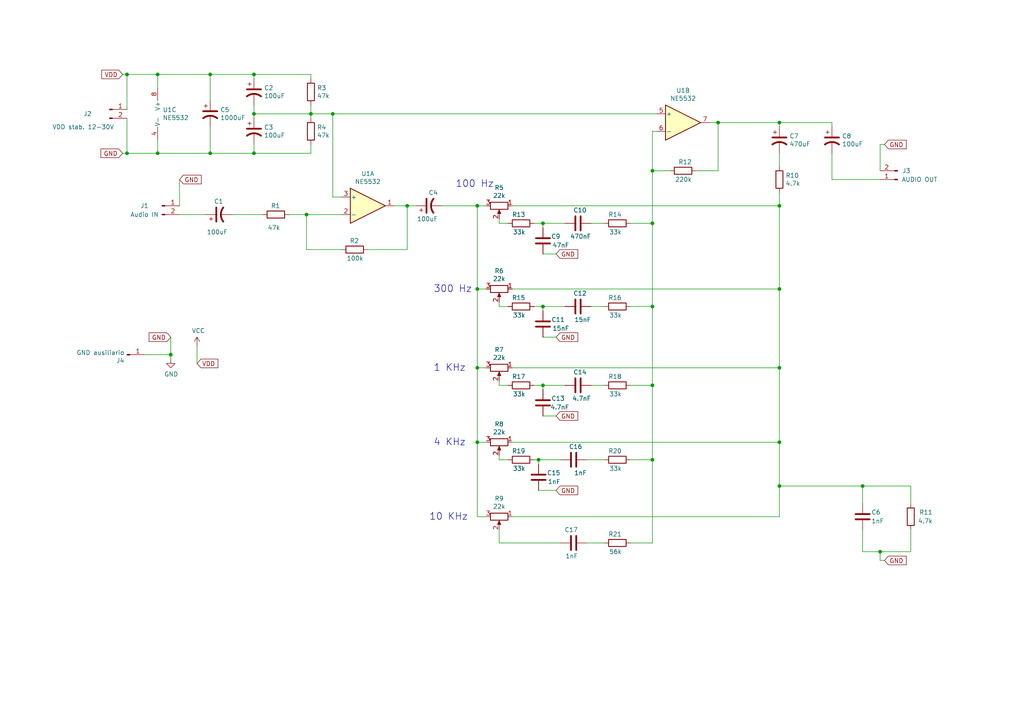
<source format=kicad_sch>
(kicad_sch (version 20211123) (generator eeschema)
  (paper "A4")
  (title_block (title "Equalizzatore") (date "2022-01-08") (company "Lucas Prati "))
  (lib_symbols
    (symbol "Amplifier_Operational:NE5532" (pin_names (offset 0.127))
      (property "Reference" "U" (at 0 5.08 0))
      (property "Value" "NE5532" (at 0 -5.08 0))
      (symbol "NE5532_1_1"
        (polyline (pts (xy -5.08 5.08) (xy 5.08 0) (xy -5.08 -5.08) (xy -5.08 5.08)) (stroke (width 0.254)) (fill (type background)))
        (pin output line (at 7.62 0 180) (length 2.54) (name "~") (number "1"))
        (pin input line (at -7.62 -2.54 0) (length 2.54) (name "-") (number "2"))
        (pin input line (at -7.62 2.54 0) (length 2.54) (name "+") (number "3"))
      )
      (symbol "NE5532_2_1"
        (polyline (pts (xy -5.08 5.08) (xy 5.08 0) (xy -5.08 -5.08) (xy -5.08 5.08)) (stroke (width 0.254)) (fill (type background)))
        (pin input line (at -7.62 2.54 0) (length 2.54) (name "+") (number "5"))
        (pin input line (at -7.62 -2.54 0) (length 2.54) (name "-") (number "6"))
        (pin output line (at 7.62 0 180) (length 2.54) (name "~") (number "7"))
      )
      (symbol "NE5532_3_1"
        (pin power_in line (at -2.54 -7.62 90) (length 3.81) (name "V-") (number "4"))
        (pin power_in line (at -2.54 7.62 270) (length 3.81) (name "V+") (number "8"))
      )
    )
    (symbol "Connector:Conn_01x01_Male" (pin_names (offset 1.016) hide)
      (property "Reference" "J" (at 0 2.54 0))
      (property "Value" "Conn_01x01_Male" (at 0 -2.54 0))
      (symbol "Conn_01x01_Male_1_1"
        (polyline (pts (xy 1.27 0) (xy 0.8636 0)) (stroke (width 0.1524)))
        (rectangle (start 0.8636 0.127) (end 0 -0.127) (stroke (width 0.1524)) (fill (type outline)))
        (pin passive line (at 5.08 0 180) (length 3.81) (name "Pin_1") (number "1"))
      )
    )
    (symbol "Connector:Conn_01x02_Male" (pin_names (offset 1.016) hide)
      (property "Reference" "J" (at 0 2.54 0))
      (property "Value" "Conn_01x02_Male" (at 0 -5.08 0))
      (symbol "Conn_01x02_Male_1_1"
        (polyline (pts (xy 1.27 -2.54) (xy 0.8636 -2.54)) (stroke (width 0.1524)))
        (polyline (pts (xy 1.27 0) (xy 0.8636 0)) (stroke (width 0.1524)))
        (rectangle (start 0.8636 -2.413) (end 0 -2.667) (stroke (width 0.1524)) (fill (type outline)))
        (rectangle (start 0.8636 0.127) (end 0 -0.127) (stroke (width 0.1524)) (fill (type outline)))
        (pin passive line (at 5.08 0 180) (length 3.81) (name "Pin_1") (number "1"))
        (pin passive line (at 5.08 -2.54 180) (length 3.81) (name "Pin_2") (number "2"))
      )
    )
    (symbol "Device:C" (pin_numbers hide) (pin_names (offset 0.254))
      (property "Reference" "C" (at 0.635 2.54 0))
      (property "Value" "C" (at 0.635 -2.54 0))
      (symbol "C_0_1"
        (polyline (pts (xy -2.032 -0.762) (xy 2.032 -0.762)) (stroke (width 0.508)))
        (polyline (pts (xy -2.032 0.762) (xy 2.032 0.762)) (stroke (width 0.508)))
      )
      (symbol "C_1_1"
        (pin passive line (at 0 3.81 270) (length 2.794) (name "~") (number "1"))
        (pin passive line (at 0 -3.81 90) (length 2.794) (name "~") (number "2"))
      )
    )
    (symbol "Device:R" (pin_numbers hide) (pin_names (offset 0))
      (property "Reference" "R" (at 2.032 0 90))
      (property "Value" "R" (at 0 0 90))
      (symbol "R_0_1"
        (rectangle (start -1.016 -2.54) (end 1.016 2.54) (stroke (width 0.254)))
      )
      (symbol "R_1_1"
        (pin passive line (at 0 3.81 270) (length 1.27) (name "~") (number "1"))
        (pin passive line (at 0 -3.81 90) (length 1.27) (name "~") (number "2"))
      )
    )
    (symbol "Equalizzatore-Prati-rescue:CP1-Device" (pin_numbers hide) (pin_names (offset 0.254) hide)
      (property "Reference" "C" (at 0.635 2.54 0))
      (property "Value" "CP1-Device" (at 0.635 -2.54 0))
      (symbol "CP1-Device_0_1"
        (polyline (pts (xy -2.032 0.762) (xy 2.032 0.762)) (stroke (width 0.508)))
        (polyline (pts (xy -1.778 2.286) (xy -0.762 2.286)))
        (polyline (pts (xy -1.27 1.778) (xy -1.27 2.794)))
        (arc (start 2.032 -1.27) (mid 0 -0.5572) (end -2.032 -1.27) (stroke (width 0.508)))
      )
      (symbol "CP1-Device_1_1"
        (pin passive line (at 0 3.81 270) (length 2.794) (name "~") (number "1"))
        (pin passive line (at 0 -3.81 90) (length 3.302) (name "~") (number "2"))
      )
    )
    (symbol "Equalizzatore-Prati-rescue:R_POT-Device" (pin_names (offset 1.016) hide)
      (property "Reference" "RV" (at -4.445 0 90))
      (property "Value" "R_POT-Device" (at -2.54 0 90))
      (symbol "R_POT-Device_0_1"
        (polyline (pts (xy 2.54 0) (xy 1.524 0)))
        (polyline (pts (xy 1.143 0) (xy 2.286 0.508) (xy 2.286 -0.508) (xy 1.143 0)) (fill (type outline)))
        (rectangle (start 1.016 2.54) (end -1.016 -2.54) (stroke (width 0.254)))
      )
      (symbol "R_POT-Device_1_1"
        (pin passive line (at 0 3.81 270) (length 1.27) (name "1") (number "1"))
        (pin passive line (at 3.81 0 180) (length 1.27) (name "2") (number "2"))
        (pin passive line (at 0 -3.81 90) (length 1.27) (name "3") (number "3"))
      )
    )
    (symbol "power:GND" (power) (pin_names (offset 0))
      (property "Value" "GND" (at 0 -3.81 0))
      (symbol "GND_0_1"
        (polyline (pts (xy 0 0) (xy 0 -1.27) (xy 1.27 -1.27) (xy 0 -2.54) (xy -1.27 -1.27) (xy 0 -1.27)))
      )
      (symbol "GND_1_1"
        (pin power_in line (at 0 0 270) (length 0) hide (name "GND") (number "1"))
      )
    )
    (symbol "power:VCC" (power) (pin_names (offset 0))
      (property "Value" "VCC" (at 0 3.81 0))
      (symbol "VCC_0_1"
        (polyline (pts (xy -0.762 1.27) (xy 0 2.54)))
        (polyline (pts (xy 0 0) (xy 0 2.54)))
        (polyline (pts (xy 0 2.54) (xy 0.762 1.27)))
      )
      (symbol "VCC_1_1"
        (pin power_in line (at 0 0 90) (length 0) hide (name "VCC") (number "1"))
      )
    )
  )
  (junction (at 208.28 35.56))
  (junction (at 255.27 160.02))
  (junction (at 36.83 44.45))
  (junction (at 157.48 88.9))
  (junction (at 49.53 102.87))
  (junction (at 226.06 35.56))
  (junction (at 138.43 59.69))
  (junction (at 60.96 21.59))
  (junction (at 36.83 21.59))
  (junction (at 226.06 59.69))
  (junction (at 45.72 44.45))
  (junction (at 88.9 62.23))
  (junction (at 156.21 133.35))
  (junction (at 250.19 140.97))
  (junction (at 73.66 21.59))
  (junction (at 138.43 83.82))
  (junction (at 189.23 64.77))
  (junction (at 189.23 111.76))
  (junction (at 138.43 128.27))
  (junction (at 226.06 83.82))
  (junction (at 226.06 106.68))
  (junction (at 226.06 128.27))
  (junction (at 45.72 21.59))
  (junction (at 118.11 59.69))
  (junction (at 189.23 133.35))
  (junction (at 96.52 33.02))
  (junction (at 73.66 44.45))
  (junction (at 138.43 106.68))
  (junction (at 189.23 49.53))
  (junction (at 73.66 33.02))
  (junction (at 157.48 111.76))
  (junction (at 189.23 88.9))
  (junction (at 226.06 140.97))
  (junction (at 90.17 33.02))
  (junction (at 157.48 64.77))
  (junction (at 60.96 44.45))
  (wire (pts (xy 147.32 133.35) (xy 144.78 133.35)))
  (wire (pts (xy 189.23 38.1) (xy 189.23 49.53)))
  (wire (pts (xy 148.59 59.69) (xy 226.06 59.69)))
  (wire (pts (xy 106.68 72.39) (xy 118.11 72.39)))
  (wire (pts (xy 96.52 33.02) (xy 96.52 57.15)))
  (wire (pts (xy 138.43 149.86) (xy 140.97 149.86)))
  (wire (pts (xy 90.17 33.02) (xy 96.52 33.02)))
  (wire (pts (xy 189.23 64.77) (xy 189.23 88.9)))
  (wire (pts (xy 241.3 52.07) (xy 255.27 52.07)))
  (wire (pts (xy 250.19 140.97) (xy 264.16 140.97)))
  (wire (pts (xy 90.17 34.29) (xy 90.17 33.02)))
  (wire (pts (xy 67.31 62.23) (xy 76.2 62.23)))
  (wire (pts (xy 226.06 36.83) (xy 226.06 35.56)))
  (wire (pts (xy 144.78 133.35) (xy 144.78 132.08)))
  (wire (pts (xy 157.48 88.9) (xy 163.83 88.9)))
  (wire (pts (xy 36.83 34.29) (xy 36.83 44.45)))
  (wire (pts (xy 147.32 111.76) (xy 144.78 111.76)))
  (wire (pts (xy 73.66 21.59) (xy 73.66 22.86)))
  (wire (pts (xy 189.23 88.9) (xy 189.23 111.76)))
  (wire (pts (xy 73.66 41.91) (xy 73.66 44.45)))
  (wire (pts (xy 208.28 35.56) (xy 205.74 35.56)))
  (wire (pts (xy 157.48 111.76) (xy 163.83 111.76)))
  (wire (pts (xy 148.59 128.27) (xy 226.06 128.27)))
  (wire (pts (xy 161.29 97.79) (xy 157.48 97.79)))
  (wire (pts (xy 201.93 49.53) (xy 208.28 49.53)))
  (wire (pts (xy 148.59 106.68) (xy 226.06 106.68)))
  (wire (pts (xy 90.17 21.59) (xy 90.17 22.86)))
  (wire (pts (xy 189.23 49.53) (xy 189.23 64.77)))
  (wire (pts (xy 57.15 100.33) (xy 57.15 105.41)))
  (wire (pts (xy 99.06 72.39) (xy 88.9 72.39)))
  (wire (pts (xy 189.23 133.35) (xy 189.23 157.48)))
  (wire (pts (xy 60.96 21.59) (xy 73.66 21.59)))
  (wire (pts (xy 226.06 149.86) (xy 226.06 140.97)))
  (wire (pts (xy 147.32 64.77) (xy 144.78 64.77)))
  (wire (pts (xy 73.66 21.59) (xy 90.17 21.59)))
  (wire (pts (xy 73.66 33.02) (xy 90.17 33.02)))
  (wire (pts (xy 250.19 140.97) (xy 226.06 140.97)))
  (wire (pts (xy 154.94 133.35) (xy 156.21 133.35)))
  (wire (pts (xy 156.21 134.62) (xy 156.21 133.35)))
  (wire (pts (xy 140.97 128.27) (xy 138.43 128.27)))
  (wire (pts (xy 157.48 64.77) (xy 163.83 64.77)))
  (wire (pts (xy 154.94 111.76) (xy 157.48 111.76)))
  (wire (pts (xy 226.06 106.68) (xy 226.06 83.82)))
  (wire (pts (xy 99.06 62.23) (xy 88.9 62.23)))
  (wire (pts (xy 73.66 33.02) (xy 73.66 34.29)))
  (wire (pts (xy 138.43 128.27) (xy 138.43 149.86)))
  (wire (pts (xy 52.07 62.23) (xy 59.69 62.23)))
  (wire (pts (xy 36.83 44.45) (xy 45.72 44.45)))
  (wire (pts (xy 45.72 44.45) (xy 60.96 44.45)))
  (wire (pts (xy 250.19 146.05) (xy 250.19 140.97)))
  (wire (pts (xy 52.07 52.07) (xy 52.07 59.69)))
  (wire (pts (xy 138.43 59.69) (xy 138.43 83.82)))
  (wire (pts (xy 45.72 40.64) (xy 45.72 44.45)))
  (wire (pts (xy 140.97 83.82) (xy 138.43 83.82)))
  (wire (pts (xy 250.19 160.02) (xy 255.27 160.02)))
  (wire (pts (xy 96.52 33.02) (xy 190.5 33.02)))
  (wire (pts (xy 144.78 64.77) (xy 144.78 63.5)))
  (wire (pts (xy 138.43 83.82) (xy 138.43 106.68)))
  (wire (pts (xy 208.28 49.53) (xy 208.28 35.56)))
  (wire (pts (xy 171.45 111.76) (xy 175.26 111.76)))
  (wire (pts (xy 147.32 88.9) (xy 144.78 88.9)))
  (wire (pts (xy 171.45 64.77) (xy 175.26 64.77)))
  (wire (pts (xy 157.48 113.03) (xy 157.48 111.76)))
  (wire (pts (xy 36.83 21.59) (xy 45.72 21.59)))
  (wire (pts (xy 226.06 59.69) (xy 226.06 55.88)))
  (wire (pts (xy 175.26 157.48) (xy 170.18 157.48)))
  (wire (pts (xy 189.23 157.48) (xy 182.88 157.48)))
  (wire (pts (xy 241.3 44.45) (xy 241.3 52.07)))
  (wire (pts (xy 255.27 160.02) (xy 255.27 162.56)))
  (wire (pts (xy 60.96 36.83) (xy 60.96 44.45)))
  (wire (pts (xy 156.21 142.24) (xy 161.29 142.24)))
  (wire (pts (xy 226.06 83.82) (xy 226.06 59.69)))
  (wire (pts (xy 255.27 41.91) (xy 256.54 41.91)))
  (wire (pts (xy 250.19 153.67) (xy 250.19 160.02)))
  (wire (pts (xy 73.66 30.48) (xy 73.66 33.02)))
  (wire (pts (xy 90.17 44.45) (xy 73.66 44.45)))
  (wire (pts (xy 144.78 111.76) (xy 144.78 110.49)))
  (wire (pts (xy 171.45 88.9) (xy 175.26 88.9)))
  (wire (pts (xy 114.3 59.69) (xy 118.11 59.69)))
  (wire (pts (xy 138.43 59.69) (xy 140.97 59.69)))
  (wire (pts (xy 189.23 133.35) (xy 182.88 133.35)))
  (wire (pts (xy 49.53 102.87) (xy 49.53 104.14)))
  (wire (pts (xy 190.5 38.1) (xy 189.23 38.1)))
  (wire (pts (xy 189.23 111.76) (xy 189.23 133.35)))
  (wire (pts (xy 96.52 57.15) (xy 99.06 57.15)))
  (wire (pts (xy 118.11 72.39) (xy 118.11 59.69)))
  (wire (pts (xy 226.06 35.56) (xy 241.3 35.56)))
  (wire (pts (xy 182.88 64.77) (xy 189.23 64.77)))
  (wire (pts (xy 226.06 140.97) (xy 226.06 128.27)))
  (wire (pts (xy 226.06 35.56) (xy 208.28 35.56)))
  (wire (pts (xy 154.94 64.77) (xy 157.48 64.77)))
  (wire (pts (xy 255.27 160.02) (xy 264.16 160.02)))
  (wire (pts (xy 49.53 97.79) (xy 49.53 102.87)))
  (wire (pts (xy 264.16 160.02) (xy 264.16 153.67)))
  (wire (pts (xy 140.97 106.68) (xy 138.43 106.68)))
  (wire (pts (xy 264.16 140.97) (xy 264.16 146.05)))
  (wire (pts (xy 255.27 41.91) (xy 255.27 49.53)))
  (wire (pts (xy 189.23 88.9) (xy 182.88 88.9)))
  (wire (pts (xy 226.06 44.45) (xy 226.06 48.26)))
  (wire (pts (xy 35.56 44.45) (xy 36.83 44.45)))
  (wire (pts (xy 157.48 66.04) (xy 157.48 64.77)))
  (wire (pts (xy 170.18 133.35) (xy 175.26 133.35)))
  (wire (pts (xy 144.78 153.67) (xy 144.78 157.48)))
  (wire (pts (xy 161.29 73.66) (xy 157.48 73.66)))
  (wire (pts (xy 118.11 59.69) (xy 120.65 59.69)))
  (wire (pts (xy 157.48 90.17) (xy 157.48 88.9)))
  (wire (pts (xy 83.82 62.23) (xy 88.9 62.23)))
  (wire (pts (xy 138.43 106.68) (xy 138.43 128.27)))
  (wire (pts (xy 241.3 36.83) (xy 241.3 35.56)))
  (wire (pts (xy 45.72 21.59) (xy 45.72 25.4)))
  (wire (pts (xy 90.17 33.02) (xy 90.17 30.48)))
  (wire (pts (xy 161.29 120.65) (xy 157.48 120.65)))
  (wire (pts (xy 194.31 49.53) (xy 189.23 49.53)))
  (wire (pts (xy 144.78 157.48) (xy 162.56 157.48)))
  (wire (pts (xy 49.53 102.87) (xy 41.91 102.87)))
  (wire (pts (xy 189.23 111.76) (xy 182.88 111.76)))
  (wire (pts (xy 60.96 29.21) (xy 60.96 21.59)))
  (wire (pts (xy 144.78 88.9) (xy 144.78 87.63)))
  (wire (pts (xy 35.56 21.59) (xy 36.83 21.59)))
  (wire (pts (xy 226.06 128.27) (xy 226.06 106.68)))
  (wire (pts (xy 148.59 83.82) (xy 226.06 83.82)))
  (wire (pts (xy 60.96 44.45) (xy 73.66 44.45)))
  (wire (pts (xy 45.72 21.59) (xy 60.96 21.59)))
  (wire (pts (xy 90.17 41.91) (xy 90.17 44.45)))
  (wire (pts (xy 156.21 133.35) (xy 162.56 133.35)))
  (wire (pts (xy 36.83 31.75) (xy 36.83 21.59)))
  (wire (pts (xy 88.9 72.39) (xy 88.9 62.23)))
  (wire (pts (xy 255.27 162.56) (xy 256.54 162.56)))
  (wire (pts (xy 154.94 88.9) (xy 157.48 88.9)))
  (wire (pts (xy 128.27 59.69) (xy 138.43 59.69)))
  (wire (pts (xy 148.59 149.86) (xy 226.06 149.86)))
  (text "1 KHz" (at 125.73 107.95 0) (effects (font (size 2.0066 2.0066)) (justify left bottom)))
  (text "100 Hz" (at 132.08 54.61 0) (effects (font (size 2.0066 2.0066)) (justify left bottom)))
  (text "300 Hz" (at 125.73 85.09 0) (effects (font (size 2.0066 2.0066)) (justify left bottom)))
  (text "10 KHz" (at 124.46 151.13 0) (effects (font (size 2.0066 2.0066)) (justify left bottom)))
  (text "4 KHz" (at 125.73 129.54 0) (effects (font (size 2.0066 2.0066)) (justify left bottom)))
  (global_label "GND" (shape input) (at 49.53 97.79 180) (property "Intersheet References" "${INTERSHEET_REFS}" (effects hide)))
  (global_label "VDD" (shape input) (at 57.15 105.41 0) (property "Intersheet References" "${INTERSHEET_REFS}" (effects hide)))
  (global_label "GND" (shape input) (at 161.29 73.66 0) (property "Intersheet References" "${INTERSHEET_REFS}" (effects hide)))
  (global_label "GND" (shape input) (at 52.07 52.07 0) (property "Intersheet References" "${INTERSHEET_REFS}" (effects hide)))
  (global_label "VDD" (shape input) (at 35.56 21.59 180) (property "Intersheet References" "${INTERSHEET_REFS}" (effects hide)))
  (global_label "GND" (shape input) (at 35.56 44.45 180) (property "Intersheet References" "${INTERSHEET_REFS}" (effects hide)))
  (global_label "GND" (shape input) (at 256.54 162.56 0) (property "Intersheet References" "${INTERSHEET_REFS}" (effects hide)))
  (global_label "GND" (shape input) (at 161.29 120.65 0) (property "Intersheet References" "${INTERSHEET_REFS}" (effects hide)))
  (global_label "GND" (shape input) (at 161.29 97.79 0) (property "Intersheet References" "${INTERSHEET_REFS}" (effects hide)))
  (global_label "GND" (shape input) (at 256.54 41.91 0) (property "Intersheet References" "${INTERSHEET_REFS}" (effects hide)))
  (global_label "GND" (shape input) (at 161.29 142.24 0) (property "Intersheet References" "${INTERSHEET_REFS}" (effects hide)))
  (symbol (lib_id "Device:C") (at 157.48 69.85 180) (unit 1)
    (property "Reference" "C9" (at 162.56 68.58 0) (effects (justify left)))
    (property "Value" "47nF" (at 165.1 71.12 0) (effects (justify left)))
    (property "Footprint" "Capacitor_THT:C_Disc_D4.7mm_W2.5mm_P5.00mm" (effects hide))
  )
  (symbol (lib_id "Device:C") (at 167.64 64.77 90) (unit 1)
    (property "Reference" "C10" (at 170.18 60.96 90) (effects (justify left)))
    (property "Value" "470nF" (at 171.45 68.58 90) (effects (justify left)))
    (property "Footprint" "Capacitor_THT:C_Disc_D4.7mm_W2.5mm_P5.00mm" (effects hide))
  )
  (symbol (lib_id "Device:C") (at 166.37 157.48 90) (unit 1)
    (property "Reference" "C17" (at 167.64 153.67 90) (effects (justify left)))
    (property "Value" "1nF" (at 167.64 161.29 90) (effects (justify left)))
    (property "Footprint" "Capacitor_THT:C_Disc_D4.7mm_W2.5mm_P5.00mm" (effects hide))
  )
  (symbol (lib_id "Equalizzatore-Prati-rescue:CP1-Device") (at 73.66 26.67 0) (unit 1)
    (property "Reference" "C2" (at 76.581 25.5016 0) (effects (justify left)))
    (property "Value" "100uF" (at 76.581 27.813 0) (effects (justify left)))
    (property "Footprint" "Capacitor_THT:CP_Radial_D10.0mm_P3.80mm" (effects hide))
  )
  (symbol (lib_id "Equalizzatore-Prati-rescue:CP1-Device") (at 73.66 38.1 0) (unit 1)
    (property "Reference" "C3" (at 76.581 36.9316 0) (effects (justify left)))
    (property "Value" "100uF" (at 76.581 39.243 0) (effects (justify left)))
    (property "Footprint" "Capacitor_THT:CP_Radial_D10.0mm_P3.80mm" (effects hide))
  )
  (symbol (lib_id "Equalizzatore-Prati-rescue:CP1-Device") (at 63.5 62.23 90) (unit 1)
    (property "Reference" "C1" (at 64.77 58.42 90) (effects (justify left)))
    (property "Value" "100uF" (at 66.04 67.31 90) (effects (justify left)))
    (property "Footprint" "Capacitor_THT:CP_Radial_D10.0mm_P3.80mm" (effects hide))
  )
  (symbol (lib_id "Equalizzatore-Prati-rescue:CP1-Device") (at 124.46 59.69 90) (unit 1)
    (property "Reference" "C4" (at 127 55.88 90) (effects (justify left)))
    (property "Value" "100uF" (at 127 63.5 90) (effects (justify left)))
    (property "Footprint" "Capacitor_THT:CP_Radial_D10.0mm_P3.80mm" (effects hide))
  )
  (symbol (lib_id "Equalizzatore-Prati-rescue:CP1-Device") (at 226.06 40.64 0) (unit 1)
    (property "Reference" "C7" (at 228.981 39.4716 0) (effects (justify left)))
    (property "Value" "470uF" (at 228.981 41.783 0) (effects (justify left)))
    (property "Footprint" "Capacitor_THT:CP_Radial_D10.0mm_P3.80mm" (effects hide))
  )
  (symbol (lib_id "Equalizzatore-Prati-rescue:CP1-Device") (at 241.3 40.64 0) (unit 1)
    (property "Reference" "C8" (at 244.221 39.4716 0) (effects (justify left)))
    (property "Value" "100uF" (at 244.221 41.783 0) (effects (justify left)))
    (property "Footprint" "Capacitor_THT:CP_Radial_D10.0mm_P3.80mm" (effects hide))
  )
  (symbol (lib_id "Device:R") (at 90.17 38.1 0) (unit 1)
    (property "Reference" "R4" (at 91.948 36.9316 0) (effects (justify left)))
    (property "Value" "47k" (at 91.948 39.243 0) (effects (justify left)))
    (property "Footprint" "Resistor_THT:R_Axial_DIN0207_L6.3mm_D2.5mm_P10.16mm_Horizontal" (effects hide))
  )
  (symbol (lib_id "Device:R") (at 80.01 62.23 90) (unit 1)
    (property "Reference" "R1" (at 81.28 59.69 90) (effects (justify left)))
    (property "Value" "47k" (at 81.28 66.04 90) (effects (justify left)))
    (property "Footprint" "Resistor_THT:R_Axial_DIN0207_L6.3mm_D2.5mm_P10.16mm_Horizontal" (effects hide))
  )
  (symbol (lib_id "Device:R") (at 102.87 72.39 90) (unit 1)
    (property "Reference" "R2" (at 104.14 69.85 90) (effects (justify left)))
    (property "Value" "100k" (at 105.41 74.93 90) (effects (justify left)))
    (property "Footprint" "Resistor_THT:R_Axial_DIN0207_L6.3mm_D2.5mm_P10.16mm_Horizontal" (effects hide))
  )
  (symbol (lib_id "Device:R") (at 151.13 64.77 90) (unit 1)
    (property "Reference" "R13" (at 152.4 62.23 90) (effects (justify left)))
    (property "Value" "33k" (at 152.4 67.31 90) (effects (justify left)))
    (property "Footprint" "Resistor_THT:R_Axial_DIN0207_L6.3mm_D2.5mm_P10.16mm_Horizontal" (effects hide))
  )
  (symbol (lib_id "Device:R") (at 90.17 26.67 0) (unit 1)
    (property "Reference" "R3" (at 91.948 25.5016 0) (effects (justify left)))
    (property "Value" "47k" (at 91.948 27.813 0) (effects (justify left)))
    (property "Footprint" "Resistor_THT:R_Axial_DIN0207_L6.3mm_D2.5mm_P10.16mm_Horizontal" (effects hide))
  )
  (symbol (lib_id "Device:R") (at 226.06 52.07 0) (unit 1)
    (property "Reference" "R10" (at 227.838 50.9016 0) (effects (justify left)))
    (property "Value" "4.7k" (at 227.838 53.213 0) (effects (justify left)))
    (property "Footprint" "Resistor_THT:R_Axial_DIN0207_L6.3mm_D2.5mm_P10.16mm_Horizontal" (effects hide))
  )
  (symbol (lib_id "Device:R") (at 198.12 49.53 90) (unit 1)
    (property "Reference" "R12" (at 200.66 46.99 90) (effects (justify left)))
    (property "Value" "220k" (at 200.66 52.07 90) (effects (justify left)))
    (property "Footprint" "Resistor_THT:R_Axial_DIN0207_L6.3mm_D2.5mm_P10.16mm_Horizontal" (effects hide))
  )
  (symbol (lib_id "Connector:Conn_01x02_Male") (at 31.75 31.75 0) (unit 1)
    (property "Reference" "J2" (at 25.4 33.02 0))
    (property "Value" "VDD stab. 12-30V" (at 24.13 36.83 0))
    (property "Footprint" "Connector_JST:JST_NV_B02P-NV_1x02_P5.00mm_Vertical" (effects hide))
  )
  (symbol (lib_id "Connector:Conn_01x02_Male") (at 260.35 52.07 180) (unit 1)
    (property "Reference" "J3" (at 262.89 49.53 0))
    (property "Value" "AUDIO OUT" (at 266.7 52.07 0))
    (property "Footprint" "Connector_JST:JST_NV_B02P-NV_1x02_P5.00mm_Vertical" (effects hide))
  )
  (symbol (lib_id "Amplifier_Operational:NE5532") (at 106.68 59.69 0) (unit 1)
    (property "Reference" "U1" (at 106.68 50.3682 0))
    (property "Value" "NE5532" (at 106.68 52.6796 0))
    (property "Footprint" "Package_DIP:DIP-8_W7.62mm_Socket_LongPads" (effects hide))
    (property "Datasheet" "http://www.ti.com/lit/ds/symlink/ne5532.pdf" (effects hide))
  )
  (symbol (lib_id "Amplifier_Operational:NE5532") (at 48.26 33.02 0) (unit 3)
    (property "Reference" "U1" (at 47.1932 31.8516 0) (effects (justify left)))
    (property "Value" "NE5532" (at 47.1932 34.163 0) (effects (justify left)))
    (property "Footprint" "Package_DIP:DIP-8_W7.62mm_Socket_LongPads" (effects hide))
    (property "Datasheet" "http://www.ti.com/lit/ds/symlink/ne5532.pdf" (effects hide))
  )
  (symbol (lib_id "Amplifier_Operational:NE5532") (at 198.12 35.56 0) (unit 2)
    (property "Reference" "U1" (at 198.12 26.2382 0))
    (property "Value" "NE5532" (at 198.12 28.5496 0))
    (property "Footprint" "Package_DIP:DIP-8_W7.62mm_Socket_LongPads" (effects hide))
    (property "Datasheet" "http://www.ti.com/lit/ds/symlink/ne5532.pdf" (effects hide))
  )
  (symbol (lib_id "Connector:Conn_01x01_Male") (at 36.83 102.87 0) (unit 1)
    (property "Reference" "J4" (at 36.1188 104.5972 0) (effects (justify right)))
    (property "Value" "GND ausiliario" (at 36.1188 102.2858 0) (effects (justify right)))
    (property "Footprint" "Connector_PinHeader_2.00mm:PinHeader_1x01_P2.00mm_Horizontal" (effects hide))
  )
  (symbol (lib_id "Connector:Conn_01x02_Male") (at 46.99 59.69 0) (unit 1)
    (property "Reference" "J1" (at 41.91 59.69 0))
    (property "Value" "Audio IN" (at 41.91 62.23 0))
    (property "Footprint" "Connector_JST:JST_NV_B02P-NV_1x02_P5.00mm_Vertical" (effects hide))
  )
  (symbol (lib_id "power:GND") (at 49.53 104.14 0) (unit 1)
    (property "Reference" "#PWR01" (effects hide))
    (property "Value" "GND" (at 49.657 108.5342 0))
  )
  (symbol (lib_id "Device:R") (at 151.13 88.9 90) (unit 1)
    (property "Reference" "R15" (at 152.4 86.36 90) (effects (justify left)))
    (property "Value" "33k" (at 152.4 91.44 90) (effects (justify left)))
    (property "Footprint" "Resistor_THT:R_Axial_DIN0207_L6.3mm_D2.5mm_P10.16mm_Horizontal" (effects hide))
  )
  (symbol (lib_id "Device:R") (at 151.13 111.76 90) (unit 1)
    (property "Reference" "R17" (at 152.4 109.22 90) (effects (justify left)))
    (property "Value" "33k" (at 152.4 114.3 90) (effects (justify left)))
    (property "Footprint" "Resistor_THT:R_Axial_DIN0207_L6.3mm_D2.5mm_P10.16mm_Horizontal" (effects hide))
  )
  (symbol (lib_id "Device:R") (at 151.13 133.35 90) (unit 1)
    (property "Reference" "R19" (at 152.4 130.81 90) (effects (justify left)))
    (property "Value" "33k" (at 152.4 135.89 90) (effects (justify left)))
    (property "Footprint" "Resistor_THT:R_Axial_DIN0207_L6.3mm_D2.5mm_P10.16mm_Horizontal" (effects hide))
  )
  (symbol (lib_id "Device:R") (at 179.07 64.77 90) (unit 1)
    (property "Reference" "R14" (at 180.34 62.23 90) (effects (justify left)))
    (property "Value" "33k" (at 180.34 67.31 90) (effects (justify left)))
    (property "Footprint" "Resistor_THT:R_Axial_DIN0207_L6.3mm_D2.5mm_P10.16mm_Horizontal" (effects hide))
  )
  (symbol (lib_id "Device:R") (at 179.07 88.9 90) (unit 1)
    (property "Reference" "R16" (at 180.34 86.36 90) (effects (justify left)))
    (property "Value" "33k" (at 180.34 91.44 90) (effects (justify left)))
    (property "Footprint" "Resistor_THT:R_Axial_DIN0207_L6.3mm_D2.5mm_P10.16mm_Horizontal" (effects hide))
  )
  (symbol (lib_id "Device:R") (at 179.07 111.76 90) (unit 1)
    (property "Reference" "R18" (at 180.34 109.22 90) (effects (justify left)))
    (property "Value" "33k" (at 180.34 114.3 90) (effects (justify left)))
    (property "Footprint" "Resistor_THT:R_Axial_DIN0207_L6.3mm_D2.5mm_P10.16mm_Horizontal" (effects hide))
  )
  (symbol (lib_id "Device:R") (at 179.07 133.35 90) (unit 1)
    (property "Reference" "R20" (at 180.34 130.81 90) (effects (justify left)))
    (property "Value" "33k" (at 180.34 135.89 90) (effects (justify left)))
    (property "Footprint" "Resistor_THT:R_Axial_DIN0207_L6.3mm_D2.5mm_P10.16mm_Horizontal" (effects hide))
  )
  (symbol (lib_id "Device:C") (at 167.64 88.9 90) (unit 1)
    (property "Reference" "C12" (at 170.18 85.09 90) (effects (justify left)))
    (property "Value" "15nF" (at 171.45 92.71 90) (effects (justify left)))
    (property "Footprint" "Capacitor_THT:C_Disc_D4.7mm_W2.5mm_P5.00mm" (effects hide))
  )
  (symbol (lib_id "Device:C") (at 157.48 93.98 180) (unit 1)
    (property "Reference" "C11" (at 163.83 92.71 0) (effects (justify left)))
    (property "Value" "15nF" (at 165.1 95.25 0) (effects (justify left)))
    (property "Footprint" "Capacitor_THT:C_Disc_D4.7mm_W2.5mm_P5.00mm" (effects hide))
  )
  (symbol (lib_id "Device:C") (at 167.64 111.76 90) (unit 1)
    (property "Reference" "C14" (at 170.18 107.95 90) (effects (justify left)))
    (property "Value" "4.7nF" (at 171.45 115.57 90) (effects (justify left)))
    (property "Footprint" "Capacitor_THT:C_Disc_D4.7mm_W2.5mm_P5.00mm" (effects hide))
  )
  (symbol (lib_id "Device:C") (at 157.48 116.84 180) (unit 1)
    (property "Reference" "C13" (at 163.83 115.57 0) (effects (justify left)))
    (property "Value" "4.7nF" (at 165.1 118.11 0) (effects (justify left)))
    (property "Footprint" "Capacitor_THT:C_Disc_D4.7mm_W2.5mm_P5.00mm" (effects hide))
  )
  (symbol (lib_id "Device:C") (at 166.37 133.35 90) (unit 1)
    (property "Reference" "C16" (at 168.91 129.54 90) (effects (justify left)))
    (property "Value" "1nF" (at 170.18 137.16 90) (effects (justify left)))
    (property "Footprint" "Capacitor_THT:C_Disc_D4.7mm_W2.5mm_P5.00mm" (effects hide))
  )
  (symbol (lib_id "Device:C") (at 156.21 138.43 180) (unit 1)
    (property "Reference" "C15" (at 162.56 137.16 0) (effects (justify left)))
    (property "Value" "1nF" (at 162.56 139.7 0) (effects (justify left)))
    (property "Footprint" "Capacitor_THT:C_Disc_D4.7mm_W2.5mm_P5.00mm" (effects hide))
  )
  (symbol (lib_id "Device:R") (at 179.07 157.48 90) (unit 1)
    (property "Reference" "R21" (at 180.34 154.94 90) (effects (justify left)))
    (property "Value" "56k" (at 180.34 160.02 90) (effects (justify left)))
    (property "Footprint" "Resistor_THT:R_Axial_DIN0207_L6.3mm_D2.5mm_P10.16mm_Horizontal" (effects hide))
  )
  (symbol (lib_id "Device:C") (at 250.19 149.86 0) (unit 1)
    (property "Reference" "C6" (at 252.73 148.59 0) (effects (justify left)))
    (property "Value" "1nF" (at 252.73 151.13 0) (effects (justify left)))
    (property "Footprint" "Capacitor_THT:C_Disc_D4.7mm_W2.5mm_P5.00mm" (effects hide))
  )
  (symbol (lib_id "power:VCC") (at 57.15 100.33 0) (unit 1)
    (property "Reference" "#PWR02" (effects hide))
    (property "Value" "VCC" (at 57.531 95.9358 0))
  )
  (symbol (lib_id "Equalizzatore-Prati-rescue:R_POT-Device") (at 144.78 59.69 270) (unit 1)
    (property "Reference" "R5" (at 144.78 54.4322 90))
    (property "Value" "22k" (at 144.78 56.7436 90))
    (property "Footprint" "Potentiometer_THT:Potentiometer_Alps_RK163_Single_Horizontal" (effects hide))
  )
  (symbol (lib_id "Equalizzatore-Prati-rescue:R_POT-Device") (at 144.78 83.82 270) (unit 1)
    (property "Reference" "R6" (at 144.78 78.5622 90))
    (property "Value" "22k" (at 144.78 80.8736 90))
    (property "Footprint" "Potentiometer_THT:Potentiometer_Alps_RK163_Single_Horizontal" (effects hide))
  )
  (symbol (lib_id "Equalizzatore-Prati-rescue:R_POT-Device") (at 144.78 106.68 270) (unit 1)
    (property "Reference" "R7" (at 144.78 101.4222 90))
    (property "Value" "22k" (at 144.78 103.7336 90))
    (property "Footprint" "Potentiometer_THT:Potentiometer_Alps_RK163_Single_Horizontal" (effects hide))
  )
  (symbol (lib_id "Equalizzatore-Prati-rescue:R_POT-Device") (at 144.78 128.27 270) (unit 1)
    (property "Reference" "R8" (at 144.78 123.0122 90))
    (property "Value" "22k" (at 144.78 125.3236 90))
    (property "Footprint" "Potentiometer_THT:Potentiometer_Alps_RK163_Single_Horizontal" (effects hide))
  )
  (symbol (lib_id "Equalizzatore-Prati-rescue:R_POT-Device") (at 144.78 149.86 270) (unit 1)
    (property "Reference" "R9" (at 144.78 144.6022 90))
    (property "Value" "22k" (at 144.78 146.9136 90))
    (property "Footprint" "Potentiometer_THT:Potentiometer_Alps_RK163_Single_Horizontal" (effects hide))
  )
  (symbol (lib_id "Device:R") (at 264.16 149.86 180) (unit 1)
    (property "Reference" "R11" (at 270.51 148.59 0) (effects (justify left)))
    (property "Value" "4.7k" (at 270.51 151.13 0) (effects (justify left)))
    (property "Footprint" "Resistor_THT:R_Axial_DIN0207_L6.3mm_D2.5mm_P10.16mm_Horizontal" (effects hide))
  )
  (symbol (lib_id "Equalizzatore-Prati-rescue:CP1-Device") (at 60.96 33.02 0) (unit 1)
    (property "Reference" "C5" (at 63.881 31.8516 0) (effects (justify left)))
    (property "Value" "1000uF" (at 63.881 34.163 0) (effects (justify left)))
    (property "Footprint" "Capacitor_THT:CP_Radial_D10.0mm_P3.80mm" (effects hide))
  )
)
</source>
